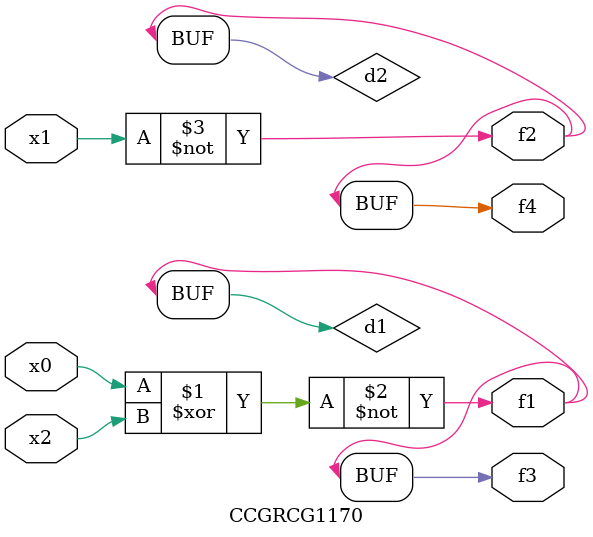
<source format=v>
module CCGRCG1170(
	input x0, x1, x2,
	output f1, f2, f3, f4
);

	wire d1, d2, d3;

	xnor (d1, x0, x2);
	nand (d2, x1);
	nor (d3, x1, x2);
	assign f1 = d1;
	assign f2 = d2;
	assign f3 = d1;
	assign f4 = d2;
endmodule

</source>
